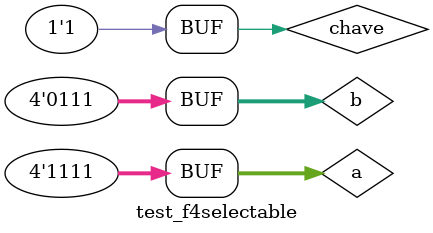
<source format=v>


module f4selectable (output [3:0] s0, output [3:0] s1, input [3:0]a, input [3:0]b);
	assign s0 = a | b;
	assign s1 = a & b;
endmodule //f4 selectable

module chave(s,a,b,sinal);
	input [3:0]a;
	input [3:0]b;
	input sinal;
	output [3:0]s;
	reg [3:0]s;
	
	always @(a or b or sinal)
	
	begin
		if(~sinal)
			s = a;
		else
			s = b;
	end
endmodule

module test_f4selectable;
	//definir dados
	reg [3:0] a;
	reg [3:0] b;
	reg chave;
	wire [3:0] w0;
	wire [3:0] w1;
	wire [3:0] s;
	
	//instancia
	f4selectable f4s1(w0,w1,a,b);
	chave chave1(s,w0,w1, chave);
	
	//valor inicial
	initial begin
		a = 4'b0000;
		b = 4'b0000;
		chave = 0;
	end
	
	//parte principal
	initial begin
		$display("Exemplo0032 - Mateus Guilherme do Carmo Cruz - 427446");
		$display("LU selectable - running tests");
		$display("chave	\t a   (| ou &)   b = s");
		$monitor("%b	\t %4b or/and %4b = %4b", chave,a,b,s);
		#1 chave = 1;
		#1 a = 4'b0000; b = 4'b0001; chave = 0;
		#1 chave = 1;
		
		#1 chave = 1;
		#1 a = 4'b1001; b = 4'b0010; chave = 0;
		#1 chave = 1;
		
		#1 chave = 1;
		#1 a = 4'b0101; b = 4'b0011; chave = 0;
		#1 chave = 1;
		
		#1 chave = 1;
		#1 a = 4'b1101; b = 4'b0100; chave = 0;
		#1 chave = 1;
		
		#1 chave = 1;
		#1 a = 4'b0011; b = 4'b0101; chave = 0;
		#1 chave = 1;
		
		#1 chave = 1;
		#1 a = 4'b1100; b = 4'b0110; chave = 0;
		#1 chave = 1;
		
		#1 chave = 1;
		#1 a = 4'b1111; b = 4'b0111; chave = 0;
		#1 chave = 1;
	end
	
endmodule //teste_f4selectable
</source>
